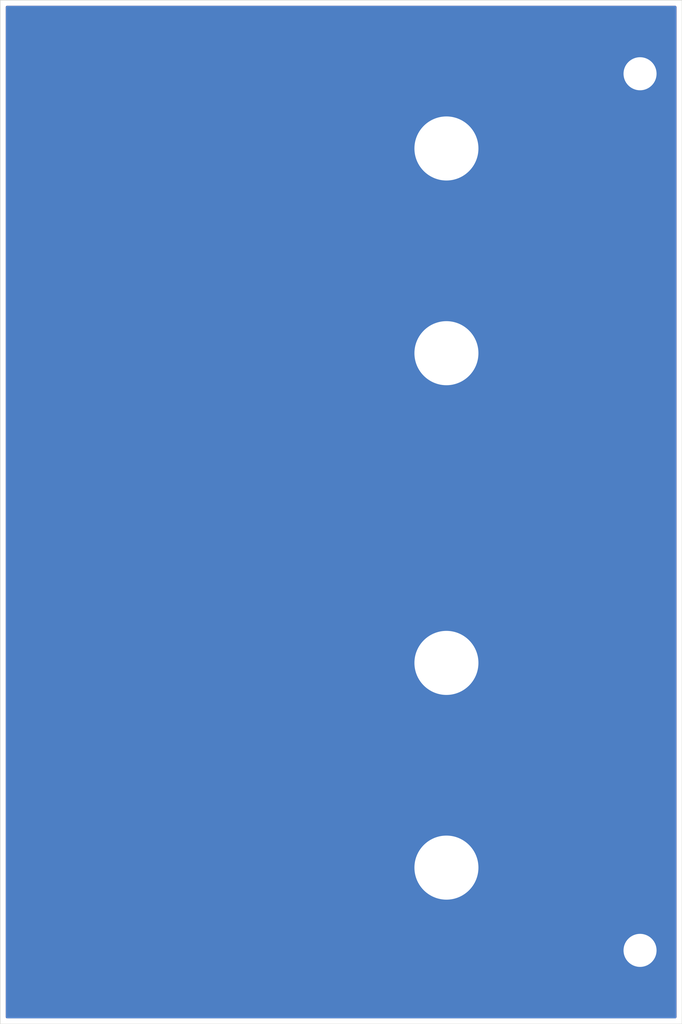
<source format=kicad_pcb>
(kicad_pcb (version 20171130) (host pcbnew 5.1.4)

  (general
    (thickness 1.6)
    (drawings 4)
    (tracks 0)
    (zones 0)
    (modules 6)
    (nets 1)
  )

  (page A4)
  (layers
    (0 F.Cu signal hide)
    (31 B.Cu signal hide)
    (32 B.Adhes user)
    (33 F.Adhes user)
    (34 B.Paste user)
    (35 F.Paste user)
    (36 B.SilkS user)
    (37 F.SilkS user)
    (38 B.Mask user)
    (39 F.Mask user)
    (40 Dwgs.User user)
    (41 Cmts.User user)
    (42 Eco1.User user)
    (43 Eco2.User user)
    (44 Edge.Cuts user)
    (45 Margin user)
    (46 B.CrtYd user)
    (47 F.CrtYd user)
    (48 B.Fab user)
    (49 F.Fab user)
  )

  (setup
    (last_trace_width 0.25)
    (trace_clearance 0.2)
    (zone_clearance 0.508)
    (zone_45_only no)
    (trace_min 0.2)
    (via_size 0.8)
    (via_drill 0.4)
    (via_min_size 0.4)
    (via_min_drill 0.3)
    (uvia_size 0.3)
    (uvia_drill 0.1)
    (uvias_allowed no)
    (uvia_min_size 0.2)
    (uvia_min_drill 0.1)
    (edge_width 0.05)
    (segment_width 0.2)
    (pcb_text_width 0.3)
    (pcb_text_size 1.5 1.5)
    (mod_edge_width 0.12)
    (mod_text_size 1 1)
    (mod_text_width 0.15)
    (pad_size 1.524 1.524)
    (pad_drill 0.762)
    (pad_to_mask_clearance 0.051)
    (solder_mask_min_width 0.25)
    (aux_axis_origin 139.7 162.56)
    (grid_origin 139.7 162.56)
    (visible_elements FFFFFF7F)
    (pcbplotparams
      (layerselection 0x010fc_ffffffff)
      (usegerberextensions false)
      (usegerberattributes false)
      (usegerberadvancedattributes false)
      (creategerberjobfile false)
      (excludeedgelayer true)
      (linewidth 0.100000)
      (plotframeref false)
      (viasonmask false)
      (mode 1)
      (useauxorigin false)
      (hpglpennumber 1)
      (hpglpenspeed 20)
      (hpglpendiameter 15.000000)
      (psnegative false)
      (psa4output false)
      (plotreference true)
      (plotvalue true)
      (plotinvisibletext false)
      (padsonsilk false)
      (subtractmaskfromsilk false)
      (outputformat 1)
      (mirror false)
      (drillshape 1)
      (scaleselection 1)
      (outputdirectory ""))
  )

  (net 0 "")

  (net_class Default "This is the default net class."
    (clearance 0.2)
    (trace_width 0.25)
    (via_dia 0.8)
    (via_drill 0.4)
    (uvia_dia 0.3)
    (uvia_drill 0.1)
  )

  (module 3296W-1-250:MountingHole_Pot_Alp (layer F.Cu) (tedit 5E24B8FA) (tstamp 5E3B88DB)
    (at 182.92064 77.84338)
    (fp_text reference REF** (at 0 -4.572) (layer F.Fab) hide
      (effects (font (size 1 1) (thickness 0.15)))
    )
    (fp_text value MountingHole_Pot_Alp (at 0 4.572) (layer F.Fab) hide
      (effects (font (size 1 1) (thickness 0.15)))
    )
    (pad "" np_thru_hole circle (at 0 0) (size 6.2 6.2) (drill 6.2) (layers *.Cu *.Mask))
  )

  (module 3296W-1-250:MountingHole_Pot_Alp (layer F.Cu) (tedit 5E24B8FA) (tstamp 5E3B88CB)
    (at 182.92064 97.65538)
    (fp_text reference REF** (at 0 -4.572) (layer F.Fab) hide
      (effects (font (size 1 1) (thickness 0.15)))
    )
    (fp_text value MountingHole_Pot_Alp (at 0 4.572) (layer F.Fab) hide
      (effects (font (size 1 1) (thickness 0.15)))
    )
    (pad "" np_thru_hole circle (at 0 0) (size 6.2 6.2) (drill 6.2) (layers *.Cu *.Mask))
  )

  (module 3296W-1-250:MountingHole_Pot_Alp (layer F.Cu) (tedit 5E24B8FA) (tstamp 5E3B88A6)
    (at 182.92064 127.62738)
    (fp_text reference REF** (at 0 -4.572) (layer F.Fab) hide
      (effects (font (size 1 1) (thickness 0.15)))
    )
    (fp_text value MountingHole_Pot_Alp (at 0 4.572) (layer F.Fab) hide
      (effects (font (size 1 1) (thickness 0.15)))
    )
    (pad "" np_thru_hole circle (at 0 0) (size 6.2 6.2) (drill 6.2) (layers *.Cu *.Mask))
  )

  (module 3296W-1-250:MountingHole_Pot_Alp (layer F.Cu) (tedit 5E24B8FA) (tstamp 5E3B886A)
    (at 182.92064 147.43938)
    (fp_text reference REF** (at 0 -4.572) (layer F.Fab) hide
      (effects (font (size 1 1) (thickness 0.15)))
    )
    (fp_text value MountingHole_Pot_Alp (at 0 4.572) (layer F.Fab) hide
      (effects (font (size 1 1) (thickness 0.15)))
    )
    (pad "" np_thru_hole circle (at 0 0) (size 6.2 6.2) (drill 6.2) (layers *.Cu *.Mask))
  )

  (module MountingHole:MountingHole_3.2mm_M3 (layer F.Cu) (tedit 56D1B4CB) (tstamp 5E389339)
    (at 201.676 155.448)
    (descr "Mounting Hole 3.2mm, no annular, M3")
    (tags "mounting hole 3.2mm no annular m3")
    (path /5E3894D1)
    (attr virtual)
    (fp_text reference H2 (at 0 -4.2) (layer F.SilkS) hide
      (effects (font (size 1 1) (thickness 0.15)))
    )
    (fp_text value MountingHole (at 0 4.2) (layer F.Fab) hide
      (effects (font (size 1 1) (thickness 0.15)))
    )
    (fp_circle (center 0 0) (end 3.45 0) (layer F.CrtYd) (width 0.05))
    (fp_circle (center 0 0) (end 3.2 0) (layer Cmts.User) (width 0.15))
    (fp_text user %R (at 0.3 0) (layer F.Fab) hide
      (effects (font (size 1 1) (thickness 0.15)))
    )
    (pad 1 np_thru_hole circle (at 0 0) (size 3.2 3.2) (drill 3.2) (layers *.Cu *.Mask))
  )

  (module MountingHole:MountingHole_3.2mm_M3 (layer F.Cu) (tedit 56D1B4CB) (tstamp 5E389331)
    (at 201.676 70.612)
    (descr "Mounting Hole 3.2mm, no annular, M3")
    (tags "mounting hole 3.2mm no annular m3")
    (path /5E389379)
    (attr virtual)
    (fp_text reference H1 (at 0 -4.2) (layer F.SilkS) hide
      (effects (font (size 1 1) (thickness 0.15)))
    )
    (fp_text value MountingHole (at 0 4.2) (layer F.Fab) hide
      (effects (font (size 1 1) (thickness 0.15)))
    )
    (fp_circle (center 0 0) (end 3.45 0) (layer F.CrtYd) (width 0.05))
    (fp_circle (center 0 0) (end 3.2 0) (layer Cmts.User) (width 0.15))
    (fp_text user %R (at 0.3 0) (layer F.Fab) hide
      (effects (font (size 1 1) (thickness 0.15)))
    )
    (pad 1 np_thru_hole circle (at 0 0) (size 3.2 3.2) (drill 3.2) (layers *.Cu *.Mask))
  )

  (gr_line (start 139.7 162.56) (end 139.7 63.5) (layer Edge.Cuts) (width 0.05) (tstamp 5E389348))
  (gr_line (start 205.74 162.56) (end 139.7 162.56) (layer Edge.Cuts) (width 0.05))
  (gr_line (start 205.74 63.5) (end 205.74 162.56) (layer Edge.Cuts) (width 0.05))
  (gr_line (start 139.7 63.5) (end 205.74 63.5) (layer Edge.Cuts) (width 0.05))

  (zone (net 0) (net_name "") (layer F.Cu) (tstamp 0) (hatch edge 0.508)
    (connect_pads (clearance 0.508))
    (min_thickness 0.254)
    (fill yes (arc_segments 32) (thermal_gap 0.508) (thermal_bridge_width 0.508))
    (polygon
      (pts
        (xy 139.7 63.5) (xy 205.74 63.5) (xy 205.74 162.56) (xy 139.7 162.56)
      )
    )
    (filled_polygon
      (pts
        (xy 205.080001 161.9) (xy 140.36 161.9) (xy 140.36 64.16) (xy 205.08 64.16)
      )
    )
  )
  (zone (net 0) (net_name "") (layer B.Cu) (tstamp 5E38934A) (hatch edge 0.508)
    (connect_pads (clearance 0.508))
    (min_thickness 0.254)
    (fill yes (arc_segments 32) (thermal_gap 0.508) (thermal_bridge_width 0.508))
    (polygon
      (pts
        (xy 139.7 63.5) (xy 205.74 63.5) (xy 205.74 162.56) (xy 139.7 162.56)
      )
    )
    (filled_polygon
      (pts
        (xy 205.080001 161.9) (xy 140.36 161.9) (xy 140.36 64.16) (xy 205.08 64.16)
      )
    )
  )
)

</source>
